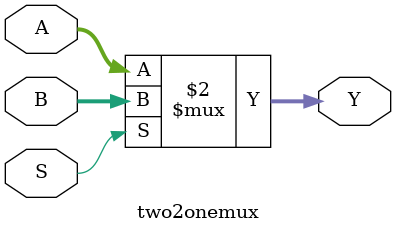
<source format=v>
module two2onemux #(parameter N= 8)
(
input [N-1:0] A, B,
input S,
output [N-1:0] Y 
);

assign Y = S==0 ? A:B;

endmodule

</source>
